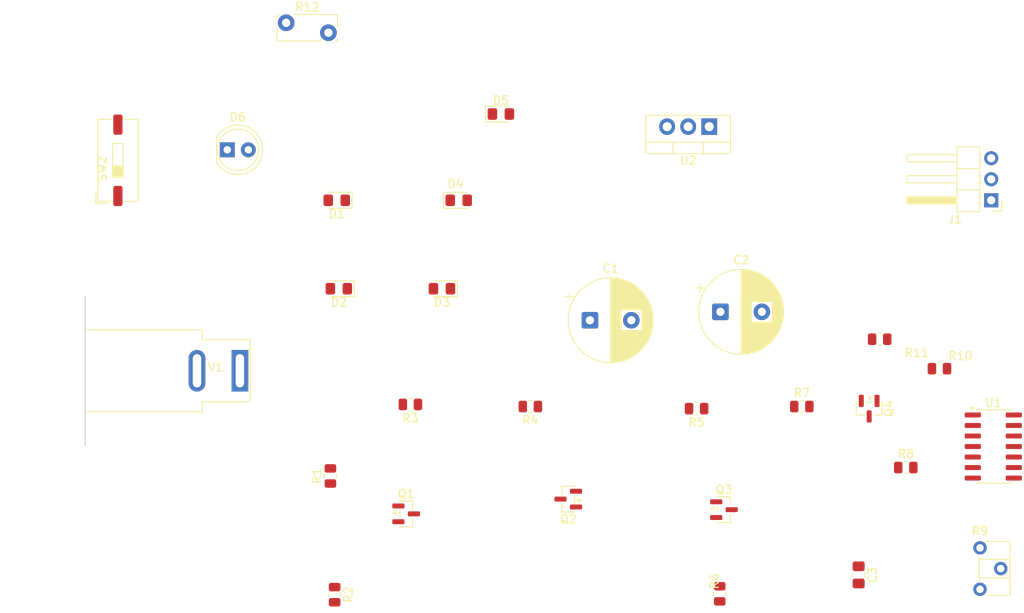
<source format=kicad_pcb>
(kicad_pcb (version 20241229) (generator "pcbnew") (generator_version "9.0")
  (title_block (title "CMPE2150 PWM Generator - blaxtonfisher1") (date "2025-12-14") (company "Nait CNT") (comment 1 "Brody Laxton"))
  (layers (0 "F.Cu" signal) (2 "B.Cu" signal) (13 "F.Paste" user) (15 "B.Paste" user) (5 "F.SilkS" user "F.Silkscreen") (7 "B.SilkS" user "B.Silkscreen") (1 "F.Mask" user) (3 "B.Mask" user) (25 "Edge.Cuts" user))
  (net 0 "")
  (net 1 "GNDREF")
  (net 2 "Net-(D5-K)")
  (net 3 "VCC")
  (net 4 "Net-(Q2-C)")
  (net 5 "Net-(D1-K)")
  (net 6 "GNDPWR")
  (net 7 "Net-(D3-K)")
  (net 8 "Net-(D6-A)")
  (net 9 "Net-(J1-Pin_2)")
  (net 10 "Net-(Q1-B)")
  (net 11 "Net-(Q1-C)")
  (net 12 "Net-(Q3-B)")
  (net 13 "Net-(Q3-C)")
  (net 14 "Net-(Q4-B)")
  (net 15 "Net-(U1A-+)")
  (net 16 "Net-(R10-Pad1)")
  (net 17 "Net-(SW2-B)")
  (net 18 "VAC")
  (footprint "Resistor_SMD:R_0805_2012Metric" (layer "F.Cu") (at 104.648 105.156 90)
    (property "Reference" "R1" (at 0 -1.65 90) (layer "F.SilkS"))
    (property "Value" "2.2k")
    (pad "1" smd roundrect (at -0.9125 0 90) (size 1.025 1.4) (layers "F.Cu" "F.Mask" "F.Paste") (roundrect_rratio 0.243902) (net 7 "Net-(D3-K)"))
    (pad "2" smd roundrect (at 0.9125 0 90) (size 1.025 1.4) (layers "F.Cu" "F.Mask" "F.Paste") (roundrect_rratio 0.243902) (net 1 "GNDREF"))
  )
  (footprint "Potentiometer_THT:Potentiometer_ACP_CA6-H2,5_Horizontal" (layer "F.Cu") (at 183.054 113.832)
    (property "Reference" "R9" (at 0 -2.06 0) (layer "F.SilkS"))
    (property "Value" "5k")
    (pad "1" thru_hole circle (at 0 0) (size 1.62 1.62) (drill 0.9) (layers "*.Cu" "*.Mask") (net 15 "Net-(U1A-+)"))
    (pad "2" thru_hole circle (at 2.5 2.5) (size 1.62 1.62) (drill 0.9) (layers "*.Cu" "*.Mask") (net 1 "GNDREF"))
    (pad "3" thru_hole circle (at 0 5) (size 1.62 1.62) (drill 0.9) (layers "*.Cu" "*.Mask") (net 1 "GNDREF"))
  )
  (footprint "LED_THT:LED_D5.0mm" (layer "F.Cu") (at 92.197 65.786)
    (property "Reference" "D6" (at 1.27 -3.96 0) (layer "F.SilkS"))
    (property "Value" "_GREEN")
    (pad "1" thru_hole rect (at 0 0) (size 1.8 1.8) (drill 0.9) (layers "*.Cu" "*.Mask") (net 1 "GNDREF"))
    (pad "2" thru_hole circle (at 2.54 0) (size 1.8 1.8) (drill 0.9) (layers "*.Cu" "*.Mask") (net 8 "Net-(D6-A)"))
  )
  (footprint "Resistor_SMD:R_0805_2012Metric" (layer "F.Cu") (at 178.1575 92.202 180)
    (property "Reference" "R10" (at -2.54 1.524 0) (layer "F.SilkS"))
    (property "Value" "2.2k")
    (pad "1" smd roundrect (at -0.9125 0 180) (size 1.025 1.4) (layers "F.Cu" "F.Mask" "F.Paste") (roundrect_rratio 0.243902) (net 16 "Net-(R10-Pad1)"))
    (pad "2" smd roundrect (at 0.9125 0 180) (size 1.025 1.4) (layers "F.Cu" "F.Mask" "F.Paste") (roundrect_rratio 0.243902) (net 14 "Net-(Q4-B)"))
  )
  (footprint "Connector_PinHeader_2.54mm:PinHeader_1x03_P2.54mm_Horizontal" (layer "F.Cu") (at 184.404 71.882 180)
    (property "Reference" "J1" (at 4.385 -2.27 0) (layer "F.SilkS"))
    (property "Value" "Conn_01x03_Pin")
    (pad "1" thru_hole rect (at 0 0 180) (size 1.7 1.7) (drill 1) (layers "*.Cu" "*.Mask") (net 3 "VCC"))
    (pad "2" thru_hole circle (at 0 2.54 180) (size 1.7 1.7) (drill 1) (layers "*.Cu" "*.Mask") (net 9 "Net-(J1-Pin_2)"))
    (pad "3" thru_hole circle (at 0 5.08 180) (size 1.7 1.7) (drill 1) (layers "*.Cu" "*.Mask") (net 1 "GNDREF"))
  )
  (footprint "Package_TO_SOT_SMD:SOT-23" (layer "F.Cu") (at 113.792 109.728)
    (property "Reference" "Q1" (at 0 -2.4 0) (layer "F.SilkS"))
    (property "Value" "2N3904")
    (pad "1" smd roundrect (at -0.9375 -0.95) (size 1.475 0.6) (layers "F.Cu" "F.Mask" "F.Paste") (net 1 "GNDREF"))
    (pad "2" smd roundrect (at -0.9375 0.95) (size 1.475 0.6) (layers "F.Cu" "F.Mask" "F.Paste") (net 10 "Net-(Q1-B)"))
    (pad "3" smd roundrect (at 0.9375 0) (size 1.475 0.6) (layers "F.Cu" "F.Mask" "F.Paste") (net 11 "Net-(Q1-C)"))
  )
  (footprint "Diode_SMD:D_0805_2012Metric_Pad1.15x1.40mm_HandSolder" (layer "F.Cu") (at 125.222 61.468)
    (property "Reference" "D5" (at 0 -1.65 0) (layer "F.SilkS"))
    (property "Value" "1N4005")
    (pad "1" smd roundrect (at -1.025 0) (size 1.15 1.4) (layers "F.Cu" "F.Mask" "F.Paste") (roundrect_rratio 0.217391) (net 2 "Net-(D5-K)"))
    (pad "2" smd roundrect (at 1.025 0) (size 1.15 1.4) (layers "F.Cu" "F.Mask" "F.Paste") (roundrect_rratio 0.217391) (net 7 "Net-(D3-K)"))
  )
  (footprint "Package_TO_SOT_SMD:SOT-23" (layer "F.Cu") (at 169.672 97.028 -90)
    (property "Reference" "Q4" (at 0 -2.4 90) (layer "F.SilkS"))
    (property "Value" "2N3906")
    (pad "1" smd roundrect (at -0.9375 -0.95 270) (size 1.475 0.6) (layers "F.Cu" "F.Mask" "F.Paste") (net 9 "Net-(J1-Pin_2)"))
    (pad "2" smd roundrect (at -0.9375 0.95 270) (size 1.475 0.6) (layers "F.Cu" "F.Mask" "F.Paste") (net 14 "Net-(Q4-B)"))
    (pad "3" smd roundrect (at 0.9375 0 270) (size 1.475 0.6) (layers "F.Cu" "F.Mask" "F.Paste") (net 3 "VCC"))
  )
  (footprint "Resistor_SMD:R_0805_2012Metric" (layer "F.Cu") (at 174.0935 104.14)
    (property "Reference" "R8" (at 0 -1.65 0) (layer "F.SilkS"))
    (property "Value" "2.2k")
    (pad "1" smd roundrect (at -0.9125 0) (size 1.025 1.4) (layers "F.Cu" "F.Mask" "F.Paste") (roundrect_rratio 0.243902) (net 3 "VCC"))
    (pad "2" smd roundrect (at 0.9125 0) (size 1.025 1.4) (layers "F.Cu" "F.Mask" "F.Paste") (roundrect_rratio 0.243902) (net 15 "Net-(U1A-+)"))
  )
  (footprint "Resistor_SMD:R_0805_2012Metric" (layer "F.Cu") (at 170.942 88.646 180)
    (property "Reference" "R11" (at -4.4685 -1.65 0) (layer "F.SilkS"))
    (property "Value" "180")
    (pad "1" smd roundrect (at -0.9125 0 180) (size 1.025 1.4) (layers "F.Cu" "F.Mask" "F.Paste") (roundrect_rratio 0.243902) (net 9 "Net-(J1-Pin_2)"))
    (pad "2" smd roundrect (at 0.9125 0 180) (size 1.025 1.4) (layers "F.Cu" "F.Mask" "F.Paste") (roundrect_rratio 0.243902) (net 1 "GNDREF"))
  )
  (footprint "Resistor_SMD:R_0805_2012Metric" (layer "F.Cu") (at 105.156 119.4835 -90)
    (property "Reference" "R2" (at 0 -1.65 90) (layer "F.SilkS"))
    (property "Value" "1M")
    (pad "1" smd roundrect (at -0.9125 0 270) (size 1.025 1.4) (layers "F.Cu" "F.Mask" "F.Paste") (roundrect_rratio 0.243902) (net 7 "Net-(D3-K)"))
    (pad "2" smd roundrect (at 0.9125 0 270) (size 1.025 1.4) (layers "F.Cu" "F.Mask" "F.Paste") (roundrect_rratio 0.243902) (net 10 "Net-(Q1-B)"))
  )
  (footprint "Connector_BarrelJack:BarrelJack_SwitchcraftConxall_RAPC10U_Horizontal" (layer "F.Cu") (at 93.72 92.456)
    (property "Reference" "V1" (at -2.934 -0.396 0) (layer "F.SilkS"))
    (property "Value" "VSIN")
    (fp_line (start -18.67 -9) (end -18.67 9) (stroke (width 0.12)) (layer "Edge.Cuts"))
    (pad "1" thru_hole rect (at 0 0) (size 2.02 5.02) (drill oval 1.02 4.02) (layers "*.Cu" "*.Mask") (net 18 "VAC"))
    (pad "2" thru_hole oval (at -5.18 0) (size 2.02 5.02) (drill oval 1.02 4.02) (layers "*.Cu" "*.Mask") (net 6 "GNDPWR"))
  )
  (footprint "Button_Switch_SMD:SW_DIP_SPSTx01_Slide_9.78x4.72mm_W8.61mm_P2.54mm" (layer "F.Cu") (at 78.994 67.056 90)
    (property "Reference" "SW2" (at -1.016 -1.896 90) (layer "F.SilkS"))
    (property "Value" "SW_SPST")
    (pad "1" smd roundrect (at -4.305 0 90) (size 2.44 1.12) (layers "F.Cu" "F.Mask" "F.Paste") (roundrect_rratio 0.223214) (net 18 "VAC"))
    (pad "2" smd roundrect (at 4.305 0 90) (size 2.44 1.12) (layers "F.Cu" "F.Mask" "F.Paste") (roundrect_rratio 0.223214) (net 17 "Net-(SW2-B)"))
  )
  (footprint "Resistor_SMD:R_0805_2012Metric" (layer "F.Cu") (at 148.844 97.028 180)
    (property "Reference" "R5" (at 0 -1.65 0) (layer "F.SilkS"))
    (property "Value" "220k")
    (pad "1" smd roundrect (at -0.9125 0 180) (size 1.025 1.4) (layers "F.Cu" "F.Mask" "F.Paste") (roundrect_rratio 0.243902) (net 12 "Net-(Q3-B)"))
    (pad "2" smd roundrect (at 0.9125 0 180) (size 1.025 1.4) (layers "F.Cu" "F.Mask" "F.Paste") (roundrect_rratio 0.243902) (net 3 "VCC"))
  )
  (footprint "Diode_SMD:D_0805_2012Metric_Pad1.15x1.40mm_HandSolder" (layer "F.Cu") (at 120.133 71.882)
    (property "Reference" "D4" (at -0.402 -1.998 0) (layer "F.SilkS"))
    (property "Value" "1N4005")
    (pad "1" smd roundrect (at -1.025 0) (size 1.15 1.4) (layers "F.Cu" "F.Mask" "F.Paste") (roundrect_rratio 0.217391) (net 7 "Net-(D3-K)"))
    (pad "2" smd roundrect (at 1.025 0) (size 1.15 1.4) (layers "F.Cu" "F.Mask" "F.Paste") (roundrect_rratio 0.217391) (net 5 "Net-(D1-K)"))
  )
  (footprint "Package_TO_SOT_SMD:SOT-23" (layer "F.Cu") (at 133.35 107.95 180)
    (property "Reference" "Q2" (at 0 -2.4 0) (layer "F.SilkS"))
    (property "Value" "2N3904")
    (pad "1" smd roundrect (at -0.9375 -0.95 180) (size 1.475 0.6) (layers "F.Cu" "F.Mask" "F.Paste") (net 1 "GNDREF"))
    (pad "2" smd roundrect (at -0.9375 0.95 180) (size 1.475 0.6) (layers "F.Cu" "F.Mask" "F.Paste") (net 11 "Net-(Q1-C)"))
    (pad "3" smd roundrect (at 0.9375 0 180) (size 1.475 0.6) (layers "F.Cu" "F.Mask" "F.Paste") (net 4 "Net-(Q2-C)"))
  )
  (footprint "Resistor_SMD:R_0805_2012Metric" (layer "F.Cu") (at 151.638 119.38 90)
    (property "Reference" "R6" (at 1.524 -0.634 90) (layer "F.SilkS"))
    (property "Value" "390k")
    (pad "1" smd roundrect (at -0.9125 0 90) (size 1.025 1.4) (layers "F.Cu" "F.Mask" "F.Paste") (roundrect_rratio 0.243902) (net 12 "Net-(Q3-B)"))
    (pad "2" smd roundrect (at 0.9125 0 90) (size 1.025 1.4) (layers "F.Cu" "F.Mask" "F.Paste") (roundrect_rratio 0.243902) (net 1 "GNDREF"))
  )
  (footprint "Diode_SMD:D_0805_2012Metric_Pad1.15x1.40mm_HandSolder" (layer "F.Cu") (at 118.11 82.55 180)
    (property "Reference" "D3" (at 0 -1.65 0) (layer "F.SilkS"))
    (property "Value" "1N4005")
    (pad "1" smd roundrect (at -1.025 0 180) (size 1.15 1.4) (layers "F.Cu" "F.Mask" "F.Paste") (roundrect_rratio 0.217391) (net 7 "Net-(D3-K)"))
    (pad "2" smd roundrect (at 1.025 0 180) (size 1.15 1.4) (layers "F.Cu" "F.Mask" "F.Paste") (roundrect_rratio 0.217391) (net 6 "GNDPWR"))
  )
  (footprint "Package_TO_SOT_SMD:SOT-23" (layer "F.Cu") (at 152.146 109.22)
    (property "Reference" "Q3" (at 0 -2.4 0) (layer "F.SilkS"))
    (property "Value" "2N3906")
    (pad "1" smd roundrect (at -0.9375 -0.95) (size 1.475 0.6) (layers "F.Cu" "F.Mask" "F.Paste") (net 4 "Net-(Q2-C)"))
    (pad "2" smd roundrect (at -0.9375 0.95) (size 1.475 0.6) (layers "F.Cu" "F.Mask" "F.Paste") (net 12 "Net-(Q3-B)"))
    (pad "3" smd roundrect (at 0.9375 0) (size 1.475 0.6) (layers "F.Cu" "F.Mask" "F.Paste") (net 13 "Net-(Q3-C)"))
  )
  (footprint "Resistor_SMD:R_0805_2012Metric" (layer "F.Cu") (at 161.544 96.774)
    (property "Reference" "R7" (at 0 -1.65 0) (layer "F.SilkS"))
    (property "Value" "22k")
    (pad "1" smd roundrect (at -0.9125 0) (size 1.025 1.4) (layers "F.Cu" "F.Mask" "F.Paste") (roundrect_rratio 0.243902) (net 3 "VCC"))
    (pad "2" smd roundrect (at 0.9125 0) (size 1.025 1.4) (layers "F.Cu" "F.Mask" "F.Paste") (roundrect_rratio 0.243902) (net 13 "Net-(Q3-C)"))
  )
  (footprint "Fuse:Fuse_Bourns_MF-RG300" (layer "F.Cu") (at 99.304 50.454)
    (property "Reference" "R12" (at 2.55 -1.9 0) (layer "F.SilkS"))
    (property "Value" "NANOSMDC016F-2")
    (pad "1" thru_hole circle (at 0 0) (size 2.01 2.01) (drill 1.01) (layers "*.Cu" "*.Mask") (net 17 "Net-(SW2-B)"))
    (pad "2" thru_hole circle (at 5.1 1.2) (size 2.01 2.01) (drill 1.01) (layers "*.Cu" "*.Mask") (net 5 "Net-(D1-K)"))
  )
  (footprint "Resistor_SMD:R_0805_2012Metric" (layer "F.Cu") (at 128.778 96.774 180)
    (property "Reference" "R4" (at 0 -1.65 0) (layer "F.SilkS"))
    (property "Value" "10k")
    (pad "1" smd roundrect (at -0.9125 0 180) (size 1.025 1.4) (layers "F.Cu" "F.Mask" "F.Paste") (roundrect_rratio 0.243902) (net 3 "VCC"))
    (pad "2" smd roundrect (at 0.9125 0 180) (size 1.025 1.4) (layers "F.Cu" "F.Mask" "F.Paste") (roundrect_rratio 0.243902) (net 11 "Net-(Q1-C)"))
  )
  (footprint "Package_SO:SOIC-14_3.9x8.7mm_P1.27mm" (layer "F.Cu") (at 184.658 101.6)
    (property "Reference" "U1" (at 0 -5.28 0) (layer "F.SilkS"))
    (property "Value" "LM339")
    (pad "1" smd roundrect (at -2.475 -3.81) (size 1.95 0.6) (layers "F.Cu" "F.Mask" "F.Paste"))
    (pad "2" smd roundrect (at -2.475 -2.54) (size 1.95 0.6) (layers "F.Cu" "F.Mask" "F.Paste") (net 16 "Net-(R10-Pad1)"))
    (pad "3" smd roundrect (at -2.475 -1.27) (size 1.95 0.6) (layers "F.Cu" "F.Mask" "F.Paste") (net 3 "VCC"))
    (pad "4" smd roundrect (at -2.475 0) (size 1.95 0.6) (layers "F.Cu" "F.Mask" "F.Paste") (net 4 "Net-(Q2-C)"))
    (pad "5" smd roundrect (at -2.475 1.27) (size 1.95 0.6) (layers "F.Cu" "F.Mask" "F.Paste") (net 15 "Net-(U1A-+)"))
    (pad "6" smd roundrect (at -2.475 2.54) (size 1.95 0.6) (layers "F.Cu" "F.Mask" "F.Paste"))
    (pad "7" smd roundrect (at -2.475 3.81) (size 1.95 0.6) (layers "F.Cu" "F.Mask" "F.Paste"))
    (pad "8" smd roundrect (at 2.475 3.81) (size 1.95 0.6) (layers "F.Cu" "F.Mask" "F.Paste"))
    (pad "9" smd roundrect (at 2.475 2.54) (size 1.95 0.6) (layers "F.Cu" "F.Mask" "F.Paste"))
    (pad "10" smd roundrect (at 2.475 1.27) (size 1.95 0.6) (layers "F.Cu" "F.Mask" "F.Paste"))
    (pad "11" smd roundrect (at 2.475 0) (size 1.95 0.6) (layers "F.Cu" "F.Mask" "F.Paste"))
    (pad "12" smd roundrect (at 2.475 -1.27) (size 1.95 0.6) (layers "F.Cu" "F.Mask" "F.Paste") (net 1 "GNDREF"))
    (pad "13" smd roundrect (at 2.475 -2.54) (size 1.95 0.6) (layers "F.Cu" "F.Mask" "F.Paste"))
    (pad "14" smd roundrect (at 2.475 -3.81) (size 1.95 0.6) (layers "F.Cu" "F.Mask" "F.Paste"))
  )
  (footprint "Diode_SMD:D_0805_2012Metric_Pad1.15x1.40mm_HandSolder" (layer "F.Cu") (at 105.664 82.55 180)
    (property "Reference" "D2" (at 0 -1.65 0) (layer "F.SilkS"))
    (property "Value" "1N4005")
    (pad "1" smd roundrect (at -1.025 0 180) (size 1.15 1.4) (layers "F.Cu" "F.Mask" "F.Paste") (roundrect_rratio 0.217391) (net 6 "GNDPWR"))
    (pad "2" smd roundrect (at 1.025 0 180) (size 1.15 1.4) (layers "F.Cu" "F.Mask" "F.Paste") (roundrect_rratio 0.217391) (net 1 "GNDREF"))
  )
  (footprint "Capacitor_SMD:C_0805_2012Metric_Pad1.18x1.45mm_HandSolder" (layer "F.Cu") (at 168.402 117.094 -90)
    (property "Reference" "C3" (at 0 -1.68 90) (layer "F.SilkS"))
    (property "Value" "0.1uF")
    (pad "1" smd roundrect (at -1.0375 0 270) (size 1.175 1.45) (layers "F.Cu" "F.Mask" "F.Paste") (roundrect_rratio 0.212766) (net 4 "Net-(Q2-C)"))
    (pad "2" smd roundrect (at 1.0375 0 270) (size 1.175 1.45) (layers "F.Cu" "F.Mask" "F.Paste") (roundrect_rratio 0.212766) (net 1 "GNDREF"))
  )
  (footprint "Package_TO_SOT_THT:TO-220-3_Vertical" (layer "F.Cu") (at 150.368 62.992 180)
    (property "Reference" "U2" (at 2.54 -4.1 0) (layer "F.SilkS"))
    (property "Value" "LM7805_TO220")
    (pad "1" thru_hole rect (at 0 0 180) (size 1.905 2) (drill 1.1) (layers "*.Cu" "*.Mask") (net 2 "Net-(D5-K)"))
    (pad "2" thru_hole oval (at 2.54 0 180) (size 1.905 2) (drill 1.1) (layers "*.Cu" "*.Mask") (net 1 "GNDREF"))
    (pad "3" thru_hole oval (at 5.08 0 180) (size 1.905 2) (drill 1.1) (layers "*.Cu" "*.Mask") (net 3 "VCC"))
  )
  (footprint "Capacitor_THT:CP_Radial_D10.0mm_P5.00mm" (layer "F.Cu") (at 151.718 85.344)
    (property "Reference" "C2" (at 2.5 -6.25 0) (layer "F.SilkS"))
    (property "Value" "10uF")
    (pad "1" thru_hole roundrect (at 0 0) (size 2 2) (drill 1) (layers "*.Cu" "*.Mask") (roundrect_rratio 0.125) (net 3 "VCC"))
    (pad "2" thru_hole circle (at 5 0) (size 2 2) (drill 1) (layers "*.Cu" "*.Mask") (net 1 "GNDREF"))
  )
  (footprint "Resistor_SMD:R_0805_2012Metric" (layer "F.Cu") (at 114.3 96.52 180)
    (property "Reference" "R3" (at 0 -1.65 0) (layer "F.SilkS"))
    (property "Value" "330")
    (pad "1" smd roundrect (at -0.9125 0 180) (size 1.025 1.4) (layers "F.Cu" "F.Mask" "F.Paste") (roundrect_rratio 0.243902) (net 3 "VCC"))
    (pad "2" smd roundrect (at 0.9125 0 180) (size 1.025 1.4) (layers "F.Cu" "F.Mask" "F.Paste") (roundrect_rratio 0.243902) (net 8 "Net-(D6-A)"))
  )
  (footprint "Capacitor_THT:CP_Radial_D10.0mm_P5.00mm" (layer "F.Cu") (at 135.97 86.36)
    (property "Reference" "C1" (at 2.5 -6.25 0) (layer "F.SilkS"))
    (property "Value" "220uF")
    (pad "1" thru_hole roundrect (at 0 0) (size 2 2) (drill 1) (layers "*.Cu" "*.Mask") (roundrect_rratio 0.125) (net 2 "Net-(D5-K)"))
    (pad "2" thru_hole circle (at 5 0) (size 2 2) (drill 1) (layers "*.Cu" "*.Mask") (net 1 "GNDREF"))
  )
  (footprint "Diode_SMD:D_0805_2012Metric_Pad1.15x1.40mm_HandSolder" (layer "F.Cu") (at 105.41 71.882 180)
    (property "Reference" "D1" (at 0 -1.65 0) (layer "F.SilkS"))
    (property "Value" "1N4005")
    (pad "1" smd roundrect (at -1.025 0 180) (size 1.15 1.4) (layers "F.Cu" "F.Mask" "F.Paste") (roundrect_rratio 0.217391) (net 5 "Net-(D1-K)"))
    (pad "2" smd roundrect (at 1.025 0 180) (size 1.15 1.4) (layers "F.Cu" "F.Mask" "F.Paste") (roundrect_rratio 0.217391) (net 1 "GNDREF"))
  )
)
</source>
